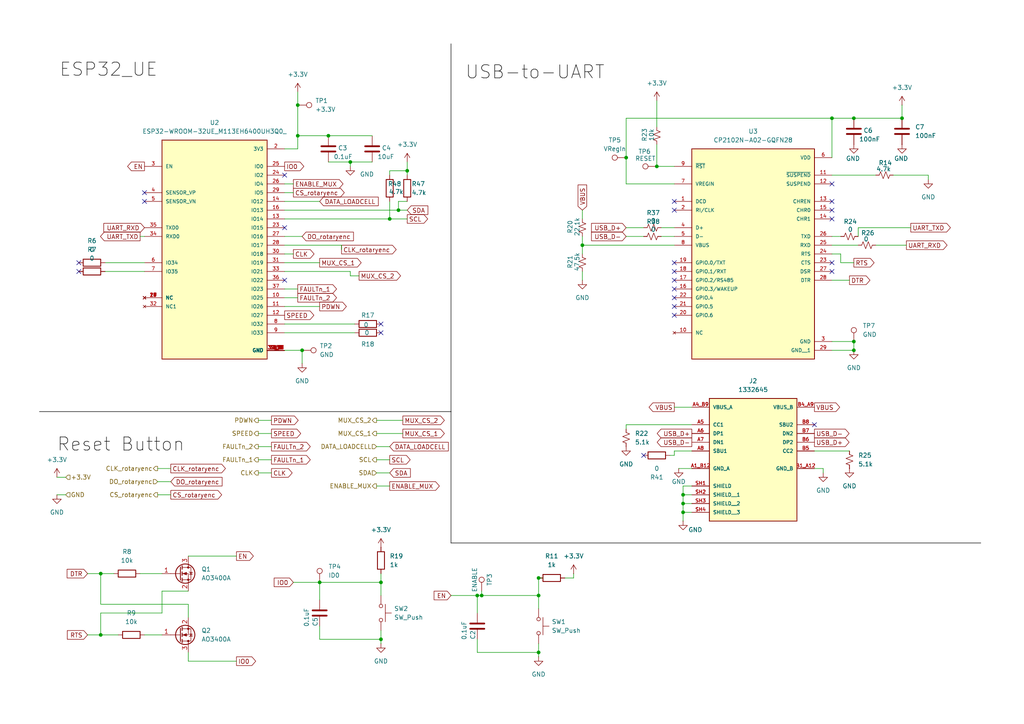
<source format=kicad_sch>
(kicad_sch (version 20231120) (generator "eeschema") (generator_version "8.0")
  (paper "A4")
  (lib_symbols
    (symbol "1332645:1332645" (pin_names (offset 1.016))
      (property "Reference" "J" (at -12.7 13.462 0))
      (property "Value" "1332645" (at -12.7 -25.4 0))
      (symbol "1332645_0_0"
        (rectangle (start -12.7 -22.86) (end 12.7 12.7) (stroke (width 0.254)) (fill (type background)))
        (pin power_in line (at -17.78 -7.62 0) (length 5.08) (name "GND_A") (number "A1_B12"))
        (pin power_in line (at -17.78 10.16 0) (length 5.08) (name "VBUS_A") (number "A4_B9"))
        (pin bidirectional line (at -17.78 5.08 0) (length 5.08) (name "CC1") (number "A5"))
        (pin bidirectional line (at -17.78 2.54 0) (length 5.08) (name "DP1") (number "A6"))
        (pin bidirectional line (at -17.78 0 0) (length 5.08) (name "DN1") (number "A7"))
        (pin bidirectional line (at -17.78 -2.54 0) (length 5.08) (name "SBU1") (number "A8"))
        (pin power_in line (at 17.78 -7.62 180) (length 5.08) (name "GND_B") (number "B1_A12"))
        (pin power_in line (at 17.78 10.16 180) (length 5.08) (name "VBUS_B") (number "B4_A9"))
        (pin bidirectional line (at 17.78 -2.54 180) (length 5.08) (name "CC2") (number "B5"))
        (pin bidirectional line (at 17.78 0 180) (length 5.08) (name "DP2") (number "B6"))
        (pin bidirectional line (at 17.78 2.54 180) (length 5.08) (name "DN2") (number "B7"))
        (pin bidirectional line (at 17.78 5.08 180) (length 5.08) (name "SBU2") (number "B8"))
        (pin passive line (at -17.78 -12.7 0) (length 5.08) (name "SHIELD") (number "SH1"))
        (pin passive line (at -17.78 -15.24 0) (length 5.08) (name "SHIELD__1") (number "SH2"))
        (pin passive line (at -17.78 -17.78 0) (length 5.08) (name "SHIELD__2") (number "SH3"))
        (pin passive line (at -17.78 -20.32 0) (length 5.08) (name "SHIELD__3") (number "SH4"))
      )
    )
    (symbol "CP2102N-A02-GQFN28:CP2102N-A02-GQFN28" (pin_names (offset 1.016))
      (property "Reference" "U" (at -17.78 33.02 0))
      (property "Value" "CP2102N-A02-GQFN28" (at -17.78 -35.56 0))
      (symbol "CP2102N-A02-GQFN28_0_0"
        (rectangle (start -17.78 -30.48) (end 17.78 30.48) (stroke (width 0.254)) (fill (type background)))
        (pin input line (at -22.86 15.24 0) (length 5.08) (name "DCD") (number "1"))
        (pin no_connect line (at -22.86 -22.86 0) (length 5.08) (name "NC") (number "10"))
        (pin output line (at 22.86 22.86 180) (length 5.08) (name "~{SUSPEND}") (number "11"))
        (pin output line (at 22.86 20.32 180) (length 5.08) (name "SUSPEND") (number "12"))
        (pin output line (at 22.86 15.24 180) (length 5.08) (name "CHREN") (number "13"))
        (pin output line (at 22.86 10.16 180) (length 5.08) (name "CHR1") (number "14"))
        (pin output line (at 22.86 12.7 180) (length 5.08) (name "CHR0") (number "15"))
        (pin bidirectional line (at -22.86 -10.16 0) (length 5.08) (name "GPIO.3/WAKEUP") (number "16"))
        (pin bidirectional line (at -22.86 -7.62 0) (length 5.08) (name "GPIO.2/RS485") (number "17"))
        (pin bidirectional line (at -22.86 -5.08 0) (length 5.08) (name "GPIO.1/RXT") (number "18"))
        (pin bidirectional line (at -22.86 -2.54 0) (length 5.08) (name "GPIO.0/TXT") (number "19"))
        (pin bidirectional line (at -22.86 12.7 0) (length 5.08) (name "RI/CLK") (number "2"))
        (pin bidirectional line (at -22.86 -17.78 0) (length 5.08) (name "GPIO.6") (number "20"))
        (pin bidirectional line (at -22.86 -15.24 0) (length 5.08) (name "GPIO.5") (number "21"))
        (pin bidirectional line (at -22.86 -12.7 0) (length 5.08) (name "GPIO.4") (number "22"))
        (pin input line (at 22.86 -2.54 180) (length 5.08) (name "CTS") (number "23"))
        (pin output line (at 22.86 0 180) (length 5.08) (name "RTS") (number "24"))
        (pin input line (at 22.86 2.54 180) (length 5.08) (name "RXD") (number "25"))
        (pin output line (at 22.86 5.08 180) (length 5.08) (name "TXD") (number "26"))
        (pin input line (at 22.86 -5.08 180) (length 5.08) (name "DSR") (number "27"))
        (pin output line (at 22.86 -7.62 180) (length 5.08) (name "DTR") (number "28"))
        (pin power_in line (at 22.86 -27.94 180) (length 5.08) (name "GND__1") (number "29"))
        (pin power_in line (at 22.86 -25.4 180) (length 5.08) (name "GND") (number "3"))
        (pin bidirectional line (at -22.86 7.62 0) (length 5.08) (name "D+") (number "4"))
        (pin bidirectional line (at -22.86 5.08 0) (length 5.08) (name "D-") (number "5"))
        (pin power_in line (at 22.86 27.94 180) (length 5.08) (name "VDD") (number "6"))
        (pin input line (at -22.86 20.32 0) (length 5.08) (name "VREGIN") (number "7"))
        (pin input line (at -22.86 2.54 0) (length 5.08) (name "VBUS") (number "8"))
        (pin input line (at -22.86 25.4 0) (length 5.08) (name "~{RST}") (number "9"))
      )
    )
    (symbol "Connector:TestPoint" (pin_numbers hide) (pin_names (offset 0.762) hide)
      (property "Reference" "TP" (at 0 6.858 0))
      (property "Value" "TestPoint" (at 0 5.08 0))
      (symbol "TestPoint_0_1"
        (circle (center 0 3.302) (radius 0.762))
      )
      (symbol "TestPoint_1_1"
        (pin passive line (at 0 0 90) (length 2.54) (name "1") (number "1"))
      )
    )
    (symbol "Device:C" (pin_numbers hide) (pin_names (offset 0.254))
      (property "Reference" "C" (at 0.635 2.54 0))
      (property "Value" "C" (at 0.635 -2.54 0))
      (symbol "C_0_1"
        (polyline (pts (xy -2.032 -0.762) (xy 2.032 -0.762)) (stroke (width 0.508)))
        (polyline (pts (xy -2.032 0.762) (xy 2.032 0.762)) (stroke (width 0.508)))
      )
      (symbol "C_1_1"
        (pin passive line (at 0 3.81 270) (length 2.794) (name "~") (number "1"))
        (pin passive line (at 0 -3.81 90) (length 2.794) (name "~") (number "2"))
      )
    )
    (symbol "Device:R" (pin_numbers hide) (pin_names (offset 0))
      (property "Reference" "R" (at 2.032 0 90))
      (property "Value" "R" (at 0 0 90))
      (symbol "R_0_1"
        (rectangle (start -1.016 -2.54) (end 1.016 2.54) (stroke (width 0.254)))
      )
      (symbol "R_1_1"
        (pin passive line (at 0 3.81 270) (length 1.27) (name "~") (number "1"))
        (pin passive line (at 0 -3.81 90) (length 1.27) (name "~") (number "2"))
      )
    )
    (symbol "Device:R_Small_US" (pin_numbers hide) (pin_names (offset 0.254) hide)
      (property "Reference" "R" (at 0.762 0.508 0))
      (property "Value" "R_Small_US" (at 0.762 -1.016 0))
      (symbol "R_Small_US_1_1"
        (polyline (pts (xy 0 0) (xy 1.016 -0.381) (xy 0 -0.762) (xy -1.016 -1.143) (xy 0 -1.524)))
        (polyline (pts (xy 0 1.524) (xy 1.016 1.143) (xy 0 0.762) (xy -1.016 0.381) (xy 0 0)))
        (pin passive line (at 0 2.54 270) (length 1.016) (name "~") (number "1"))
        (pin passive line (at 0 -2.54 90) (length 1.016) (name "~") (number "2"))
      )
    )
    (symbol "ESP32-WROOM-32UE_M113EH6400UH3Q0_:ESP32-WROOM-32UE_M113EH6400UH3Q0_" (pin_names (offset 1.016))
      (property "Reference" "U" (at -15.0359 34.1345 0))
      (property "Value" "ESP32-WROOM-32UE_M113EH6400UH3Q0_" (at -15.2867 -33.1281 0))
      (symbol "ESP32-WROOM-32UE_M113EH6400UH3Q0__0_0"
        (rectangle (start -15.24 -30.48) (end 15.24 33.02) (stroke (width 0.254)) (fill (type background)))
        (pin power_in line (at 20.32 -27.94 180) (length 5.08) (name "GND") (number "1"))
        (pin bidirectional line (at 20.32 -12.7 180) (length 5.08) (name "IO25") (number "10"))
        (pin bidirectional line (at 20.32 -15.24 180) (length 5.08) (name "IO26") (number "11"))
        (pin bidirectional line (at 20.32 -17.78 180) (length 5.08) (name "IO27") (number "12"))
        (pin bidirectional line (at 20.32 10.16 180) (length 5.08) (name "IO14") (number "13"))
        (pin bidirectional line (at 20.32 15.24 180) (length 5.08) (name "IO12") (number "14"))
        (pin power_in line (at 20.32 -27.94 180) (length 5.08) (name "GND") (number "15"))
        (pin bidirectional line (at 20.32 12.7 180) (length 5.08) (name "IO13") (number "16"))
        (pin no_connect line (at -20.32 -12.7 0) (length 5.08) (name "NC") (number "17"))
        (pin no_connect line (at -20.32 -12.7 0) (length 5.08) (name "NC") (number "18"))
        (pin no_connect line (at -20.32 -12.7 0) (length 5.08) (name "NC") (number "19"))
        (pin power_in line (at 20.32 30.48 180) (length 5.08) (name "3V3") (number "2"))
        (pin no_connect line (at -20.32 -12.7 0) (length 5.08) (name "NC") (number "20"))
        (pin no_connect line (at -20.32 -12.7 0) (length 5.08) (name "NC") (number "21"))
        (pin no_connect line (at -20.32 -12.7 0) (length 5.08) (name "NC") (number "22"))
        (pin bidirectional line (at 20.32 7.62 180) (length 5.08) (name "IO15") (number "23"))
        (pin bidirectional line (at 20.32 22.86 180) (length 5.08) (name "IO2") (number "24"))
        (pin bidirectional line (at 20.32 25.4 180) (length 5.08) (name "IO0") (number "25"))
        (pin bidirectional line (at 20.32 20.32 180) (length 5.08) (name "IO4") (number "26"))
        (pin bidirectional line (at 20.32 5.08 180) (length 5.08) (name "IO16") (number "27"))
        (pin bidirectional line (at 20.32 2.54 180) (length 5.08) (name "IO17") (number "28"))
        (pin bidirectional line (at 20.32 17.78 180) (length 5.08) (name "IO5") (number "29"))
        (pin input line (at -20.32 25.4 0) (length 5.08) (name "EN") (number "3"))
        (pin bidirectional line (at 20.32 0 180) (length 5.08) (name "IO18") (number "30"))
        (pin bidirectional line (at 20.32 -2.54 180) (length 5.08) (name "IO19") (number "31"))
        (pin no_connect line (at -20.32 -15.24 0) (length 5.08) (name "NC1") (number "32"))
        (pin bidirectional line (at 20.32 -5.08 180) (length 5.08) (name "IO21") (number "33"))
        (pin bidirectional line (at -20.32 5.08 0) (length 5.08) (name "RXD0") (number "34"))
        (pin bidirectional line (at -20.32 7.62 0) (length 5.08) (name "TXD0") (number "35"))
        (pin bidirectional line (at 20.32 -7.62 180) (length 5.08) (name "IO22") (number "36"))
        (pin bidirectional line (at 20.32 -10.16 180) (length 5.08) (name "IO23") (number "37"))
        (pin power_in line (at 20.32 -27.94 180) (length 5.08) (name "GND") (number "38"))
        (pin power_in line (at 20.32 -27.94 180) (length 5.08) (name "GND") (number "39_1"))
        (pin power_in line (at 20.32 -27.94 180) (length 5.08) (name "GND") (number "39_10"))
        (pin power_in line (at 20.32 -27.94 180) (length 5.08) (name "GND") (number "39_11"))
        (pin power_in line (at 20.32 -27.94 180) (length 5.08) (name "GND") (number "39_12"))
        (pin power_in line (at 20.32 -27.94 180) (length 5.08) (name "GND") (number "39_13"))
        (pin power_in line (at 20.32 -27.94 180) (length 5.08) (name "GND") (number "39_14"))
        (pin power_in line (at 20.32 -27.94 180) (length 5.08) (name "GND") (number "39_15"))
        (pin power_in line (at 20.32 -27.94 180) (length 5.08) (name "GND") (number "39_16"))
        (pin power_in line (at 20.32 -27.94 180) (length 5.08) (name "GND") (number "39_17"))
        (pin power_in line (at 20.32 -27.94 180) (length 5.08) (name "GND") (number "39_18"))
        (pin power_in line (at 20.32 -27.94 180) (length 5.08) (name "GND") (number "39_19"))
        (pin power_in line (at 20.32 -27.94 180) (length 5.08) (name "GND") (number "39_2"))
        (pin power_in line (at 20.32 -27.94 180) (length 5.08) (name "GND") (number "39_20"))
        (pin power_in line (at 20.32 -27.94 180) (length 5.08) (name "GND") (number "39_21"))
        (pin power_in line (at 20.32 -27.94 180) (length 5.08) (name "GND") (number "39_3"))
        (pin power_in line (at 20.32 -27.94 180) (length 5.08) (name "GND") (number "39_4"))
        (pin power_in line (at 20.32 -27.94 180) (length 5.08) (name "GND") (number "39_5"))
        (pin power_in line (at 20.32 -27.94 180) (length 5.08) (name "GND") (number "39_6"))
        (pin power_in line (at 20.32 -27.94 180) (length 5.08) (name "GND") (number "39_7"))
        (pin power_in line (at 20.32 -27.94 180) (length 5.08) (name "GND") (number "39_8"))
        (pin power_in line (at 20.32 -27.94 180) (length 5.08) (name "GND") (number "39_9"))
        (pin input line (at -20.32 17.78 0) (length 5.08) (name "SENSOR_VP") (number "4"))
        (pin input line (at -20.32 15.24 0) (length 5.08) (name "SENSOR_VN") (number "5"))
        (pin input line (at -20.32 -2.54 0) (length 5.08) (name "IO34") (number "6"))
        (pin input line (at -20.32 -5.08 0) (length 5.08) (name "IO35") (number "7"))
        (pin bidirectional line (at 20.32 -20.32 180) (length 5.08) (name "IO32") (number "8"))
        (pin bidirectional line (at 20.32 -22.86 180) (length 5.08) (name "IO33") (number "9"))
      )
    )
    (symbol "Switch:SW_Push" (pin_numbers hide) (pin_names (offset 1.016) hide)
      (property "Reference" "SW" (at 1.27 2.54 0))
      (property "Value" "SW_Push" (at 0 -1.524 0))
      (symbol "SW_Push_0_1"
        (circle (center -2.032 0) (radius 0.508))
        (polyline (pts (xy 0 1.27) (xy 0 3.048)))
        (polyline (pts (xy 2.54 1.27) (xy -2.54 1.27)))
        (circle (center 2.032 0) (radius 0.508))
        (pin passive line (at -5.08 0 0) (length 2.54) (name "1") (number "1"))
        (pin passive line (at 5.08 0 180) (length 2.54) (name "2") (number "2"))
      )
    )
    (symbol "Transistor_FET:AO3400A" (pin_names hide)
      (property "Reference" "Q" (at 5.08 1.905 0))
      (property "Value" "AO3400A" (at 5.08 0 0))
      (symbol "AO3400A_0_1"
        (polyline (pts (xy 0.254 0) (xy -2.54 0)))
        (polyline (pts (xy 0.254 1.905) (xy 0.254 -1.905)) (stroke (width 0.254)))
        (polyline (pts (xy 0.762 -1.27) (xy 0.762 -2.286)) (stroke (width 0.254)))
        (polyline (pts (xy 0.762 0.508) (xy 0.762 -0.508)) (stroke (width 0.254)))
        (polyline (pts (xy 0.762 2.286) (xy 0.762 1.27)) (stroke (width 0.254)))
        (polyline (pts (xy 2.54 2.54) (xy 2.54 1.778)))
        (polyline (pts (xy 2.54 -2.54) (xy 2.54 0) (xy 0.762 0)))
        (polyline (pts (xy 0.762 -1.778) (xy 3.302 -1.778) (xy 3.302 1.778) (xy 0.762 1.778)))
        (polyline (pts (xy 1.016 0) (xy 2.032 0.381) (xy 2.032 -0.381) (xy 1.016 0)) (fill (type outline)))
        (polyline (pts (xy 2.794 0.508) (xy 2.921 0.381) (xy 3.683 0.381) (xy 3.81 0.254)))
        (polyline (pts (xy 3.302 0.381) (xy 2.921 -0.254) (xy 3.683 -0.254) (xy 3.302 0.381)))
        (circle (center 1.651 0) (radius 2.794) (stroke (width 0.254)))
        (circle (center 2.54 -1.778) (radius 0.254) (fill (type outline)))
        (circle (center 2.54 1.778) (radius 0.254) (fill (type outline)))
      )
      (symbol "AO3400A_1_1"
        (pin input line (at -5.08 0 0) (length 2.54) (name "G") (number "1"))
        (pin passive line (at 2.54 -5.08 90) (length 2.54) (name "S") (number "2"))
        (pin passive line (at 2.54 5.08 270) (length 2.54) (name "D") (number "3"))
      )
    )
    (symbol "power:+3.3V" (power) (pin_numbers hide) (pin_names (offset 0) hide)
      (property "Value" "+3.3V" (at 0 3.556 0))
      (symbol "+3.3V_0_1"
        (polyline (pts (xy -0.762 1.27) (xy 0 2.54)))
        (polyline (pts (xy 0 0) (xy 0 2.54)))
        (polyline (pts (xy 0 2.54) (xy 0.762 1.27)))
      )
      (symbol "+3.3V_1_1"
        (pin power_in line (at 0 0 90) (length 0) (name "~") (number "1"))
      )
    )
    (symbol "power:GND" (power) (pin_numbers hide) (pin_names (offset 0) hide)
      (property "Value" "GND" (at 0 -3.81 0))
      (symbol "GND_0_1"
        (polyline (pts (xy 0 0) (xy 0 -1.27) (xy 1.27 -1.27) (xy 0 -2.54) (xy -1.27 -1.27) (xy 0 -1.27)))
      )
      (symbol "GND_1_1"
        (pin power_in line (at 0 0 270) (length 0) (name "~") (number "1"))
      )
    )
  )
  (junction (at 261.62 34.29))
  (junction (at 29.21 184.15))
  (junction (at 115.57 60.96))
  (junction (at 247.65 101.6))
  (junction (at 241.3 34.29))
  (junction (at 92.71 168.91))
  (junction (at 101.6 46.99))
  (junction (at 198.12 143.51))
  (junction (at 138.43 172.72))
  (junction (at 156.21 189.23))
  (junction (at 110.49 185.42))
  (junction (at 198.12 148.59))
  (junction (at 168.91 71.12))
  (junction (at 110.49 168.91))
  (junction (at 156.21 172.72))
  (junction (at 139.7 172.72))
  (junction (at 247.65 34.29))
  (junction (at 87.63 101.6))
  (junction (at 118.11 49.53))
  (junction (at 86.36 30.48))
  (junction (at 95.25 39.37))
  (junction (at 113.03 63.5))
  (junction (at 181.61 45.72))
  (junction (at 156.21 167.64))
  (junction (at 86.36 39.37))
  (junction (at 29.21 166.37))
  (junction (at 247.65 99.06))
  (junction (at 190.5 48.26))
  (junction (at 198.12 146.05))
  (no_connect (at 186.69 132.08))
  (no_connect (at 22.86 78.74))
  (no_connect (at 41.91 55.88))
  (no_connect (at 236.22 123.19))
  (no_connect (at 241.3 58.42))
  (no_connect (at 195.58 88.9))
  (no_connect (at 195.58 91.44))
  (no_connect (at 82.55 50.8))
  (no_connect (at 241.3 78.74))
  (no_connect (at 82.55 81.28))
  (no_connect (at 195.58 81.28))
  (no_connect (at 195.58 83.82))
  (no_connect (at 195.58 58.42))
  (no_connect (at 241.3 53.34))
  (no_connect (at 82.55 66.04))
  (no_connect (at 195.58 76.2))
  (no_connect (at 41.91 58.42))
  (no_connect (at 241.3 60.96))
  (no_connect (at 195.58 78.74))
  (no_connect (at 110.49 96.52))
  (no_connect (at 195.58 86.36))
  (no_connect (at 241.3 63.5))
  (no_connect (at 22.86 76.2))
  (no_connect (at 195.58 60.96))
  (no_connect (at 241.3 76.2))
  (no_connect (at 110.49 93.98))
  (wire (pts (xy 41.91 184.15) (xy 46.99 184.15)))
  (wire (pts (xy 30.48 76.2) (xy 41.91 76.2)))
  (wire (pts (xy 181.61 66.04) (xy 186.69 66.04)))
  (wire (pts (xy 241.3 101.6) (xy 247.65 101.6)))
  (wire (pts (xy 82.55 68.58) (xy 87.63 68.58)))
  (wire (pts (xy 241.3 73.66) (xy 243.84 73.66)))
  (wire (pts (xy 190.5 48.26) (xy 195.58 48.26)))
  (polyline (pts (xy 11.43 119.38) (xy 130.81 119.38)) (stroke (width 0) (color 0 0 0 1)))
  (wire (pts (xy 74.93 137.16) (xy 78.74 137.16)))
  (wire (pts (xy 118.11 46.99) (xy 118.11 49.53)))
  (wire (pts (xy 92.71 168.91) (xy 110.49 168.91)))
  (wire (pts (xy 29.21 184.15) (xy 29.21 177.8)))
  (wire (pts (xy 92.71 58.42) (xy 82.55 58.42)))
  (wire (pts (xy 74.93 129.54) (xy 78.74 129.54)))
  (wire (pts (xy 138.43 189.23) (xy 156.21 189.23)))
  (wire (pts (xy 243.84 73.66) (xy 243.84 76.2)))
  (wire (pts (xy 86.36 39.37) (xy 86.36 30.48)))
  (wire (pts (xy 82.55 43.18) (xy 86.36 43.18)))
  (wire (pts (xy 181.61 45.72) (xy 181.61 34.29)))
  (wire (pts (xy 40.64 68.58) (xy 41.91 68.58)))
  (wire (pts (xy 191.77 68.58) (xy 195.58 68.58)))
  (wire (pts (xy 86.36 30.48) (xy 86.36 26.67)))
  (wire (pts (xy 195.58 71.12) (xy 168.91 71.12)))
  (wire (pts (xy 138.43 172.72) (xy 138.43 177.8)))
  (wire (pts (xy 113.03 49.53) (xy 118.11 49.53)))
  (wire (pts (xy 198.12 140.97) (xy 198.12 143.51)))
  (wire (pts (xy 54.61 191.77) (xy 68.58 191.77)))
  (wire (pts (xy 85.09 168.91) (xy 92.71 168.91)))
  (wire (pts (xy 156.21 186.69) (xy 156.21 189.23)))
  (wire (pts (xy 109.22 125.73) (xy 116.84 125.73)))
  (wire (pts (xy 166.37 167.64) (xy 166.37 166.37)))
  (wire (pts (xy 168.91 68.58) (xy 168.91 71.12)))
  (wire (pts (xy 181.61 123.19) (xy 181.61 124.46)))
  (wire (pts (xy 241.3 99.06) (xy 247.65 99.06)))
  (wire (pts (xy 25.4 166.37) (xy 29.21 166.37)))
  (wire (pts (xy 191.77 66.04) (xy 195.58 66.04)))
  (wire (pts (xy 25.4 184.15) (xy 29.21 184.15)))
  (wire (pts (xy 74.93 133.35) (xy 78.74 133.35)))
  (wire (pts (xy 29.21 177.8) (xy 46.99 177.8)))
  (wire (pts (xy 74.93 125.73) (xy 78.74 125.73)))
  (wire (pts (xy 29.21 166.37) (xy 33.02 166.37)))
  (wire (pts (xy 45.72 143.51) (xy 49.53 143.51)))
  (wire (pts (xy 269.24 50.8) (xy 269.24 52.07)))
  (wire (pts (xy 29.21 166.37) (xy 29.21 175.26)))
  (wire (pts (xy 198.12 148.59) (xy 200.66 148.59)))
  (wire (pts (xy 157.48 167.64) (xy 156.21 167.64)))
  (wire (pts (xy 248.92 71.12) (xy 241.3 71.12)))
  (wire (pts (xy 247.65 34.29) (xy 261.62 34.29)))
  (wire (pts (xy 30.48 78.74) (xy 41.91 78.74)))
  (wire (pts (xy 101.6 46.99) (xy 101.6 48.26)))
  (wire (pts (xy 113.03 63.5) (xy 118.11 63.5)))
  (wire (pts (xy 200.66 140.97) (xy 198.12 140.97)))
  (wire (pts (xy 243.84 68.58) (xy 241.3 68.58)))
  (wire (pts (xy 241.3 34.29) (xy 247.65 34.29)))
  (wire (pts (xy 29.21 175.26) (xy 54.61 175.26)))
  (wire (pts (xy 16.51 143.51) (xy 19.05 143.51)))
  (wire (pts (xy 54.61 161.29) (xy 68.58 161.29)))
  (wire (pts (xy 102.87 96.52) (xy 82.55 96.52)))
  (wire (pts (xy 46.99 171.45) (xy 54.61 171.45)))
  (wire (pts (xy 54.61 189.23) (xy 54.61 191.77)))
  (wire (pts (xy 109.22 140.97) (xy 113.03 140.97)))
  (wire (pts (xy 198.12 143.51) (xy 198.12 146.05)))
  (wire (pts (xy 109.22 129.54) (xy 113.03 129.54)))
  (wire (pts (xy 156.21 172.72) (xy 156.21 176.53)))
  (wire (pts (xy 54.61 175.26) (xy 54.61 179.07)))
  (wire (pts (xy 190.5 41.91) (xy 190.5 48.26)))
  (wire (pts (xy 163.83 167.64) (xy 166.37 167.64)))
  (wire (pts (xy 95.25 46.99) (xy 101.6 46.99)))
  (wire (pts (xy 85.09 53.34) (xy 82.55 53.34)))
  (wire (pts (xy 118.11 58.42) (xy 115.57 58.42)))
  (wire (pts (xy 196.85 135.89) (xy 200.66 135.89)))
  (wire (pts (xy 16.51 138.43) (xy 19.05 138.43)))
  (wire (pts (xy 101.6 80.01) (xy 104.14 80.01)))
  (wire (pts (xy 109.22 121.92) (xy 116.84 121.92)))
  (wire (pts (xy 45.72 135.89) (xy 49.53 135.89)))
  (wire (pts (xy 45.72 139.7) (xy 49.53 139.7)))
  (wire (pts (xy 74.93 121.92) (xy 78.74 121.92)))
  (wire (pts (xy 198.12 148.59) (xy 198.12 151.13)))
  (wire (pts (xy 181.61 53.34) (xy 181.61 45.72)))
  (wire (pts (xy 87.63 105.41) (xy 87.63 101.6)))
  (wire (pts (xy 236.22 135.89) (xy 238.76 135.89)))
  (wire (pts (xy 195.58 118.11) (xy 200.66 118.11)))
  (wire (pts (xy 82.55 71.12) (xy 99.06 71.12)))
  (wire (pts (xy 113.03 58.42) (xy 113.03 63.5)))
  (wire (pts (xy 92.71 88.9) (xy 82.55 88.9)))
  (wire (pts (xy 248.92 66.04) (xy 264.16 66.04)))
  (wire (pts (xy 168.91 71.12) (xy 168.91 73.66)))
  (wire (pts (xy 139.7 171.45) (xy 139.7 172.72)))
  (wire (pts (xy 101.6 78.74) (xy 101.6 80.01)))
  (wire (pts (xy 110.49 185.42) (xy 110.49 186.69)))
  (wire (pts (xy 92.71 185.42) (xy 110.49 185.42)))
  (wire (pts (xy 156.21 189.23) (xy 156.21 190.5)))
  (wire (pts (xy 241.3 81.28) (xy 246.38 81.28)))
  (wire (pts (xy 198.12 143.51) (xy 200.66 143.51)))
  (wire (pts (xy 92.71 168.91) (xy 92.71 173.99)))
  (wire (pts (xy 248.92 68.58) (xy 248.92 66.04)))
  (wire (pts (xy 200.66 123.19) (xy 181.61 123.19)))
  (wire (pts (xy 243.84 76.2) (xy 247.65 76.2)))
  (wire (pts (xy 29.21 184.15) (xy 34.29 184.15)))
  (wire (pts (xy 86.36 83.82) (xy 82.55 83.82)))
  (wire (pts (xy 82.55 60.96) (xy 115.57 60.96)))
  (wire (pts (xy 195.58 130.81) (xy 200.66 130.81)))
  (wire (pts (xy 138.43 185.42) (xy 138.43 189.23)))
  (wire (pts (xy 82.55 76.2) (xy 92.71 76.2)))
  (wire (pts (xy 247.65 99.06) (xy 247.65 101.6)))
  (wire (pts (xy 82.55 55.88) (xy 85.09 55.88)))
  (wire (pts (xy 115.57 60.96) (xy 118.11 60.96)))
  (wire (pts (xy 110.49 166.37) (xy 110.49 168.91)))
  (wire (pts (xy 101.6 46.99) (xy 107.95 46.99)))
  (wire (pts (xy 86.36 43.18) (xy 86.36 39.37)))
  (wire (pts (xy 194.31 132.08) (xy 195.58 132.08)))
  (wire (pts (xy 118.11 50.8) (xy 118.11 49.53)))
  (wire (pts (xy 238.76 135.89) (xy 238.76 137.16)))
  (wire (pts (xy 181.61 34.29) (xy 241.3 34.29)))
  (wire (pts (xy 198.12 146.05) (xy 198.12 148.59)))
  (wire (pts (xy 95.25 39.37) (xy 107.95 39.37)))
  (wire (pts (xy 261.62 30.48) (xy 261.62 34.29)))
  (wire (pts (xy 241.3 50.8) (xy 254 50.8)))
  (wire (pts (xy 195.58 53.34) (xy 181.61 53.34)))
  (wire (pts (xy 82.55 78.74) (xy 101.6 78.74)))
  (wire (pts (xy 102.87 93.98) (xy 82.55 93.98)))
  (wire (pts (xy 109.22 137.16) (xy 113.03 137.16)))
  (wire (pts (xy 110.49 182.88) (xy 110.49 185.42)))
  (wire (pts (xy 168.91 60.96) (xy 168.91 63.5)))
  (wire (pts (xy 115.57 58.42) (xy 115.57 60.96)))
  (wire (pts (xy 40.64 166.37) (xy 46.99 166.37)))
  (wire (pts (xy 190.5 29.21) (xy 190.5 36.83)))
  (wire (pts (xy 168.91 78.74) (xy 168.91 81.28)))
  (wire (pts (xy 198.12 146.05) (xy 200.66 146.05)))
  (wire (pts (xy 109.22 133.35) (xy 113.03 133.35)))
  (wire (pts (xy 236.22 130.81) (xy 246.38 130.81)))
  (wire (pts (xy 254 71.12) (xy 262.89 71.12)))
  (wire (pts (xy 113.03 49.53) (xy 113.03 50.8)))
  (wire (pts (xy 86.36 39.37) (xy 95.25 39.37)))
  (wire (pts (xy 86.36 86.36) (xy 82.55 86.36)))
  (wire (pts (xy 259.08 50.8) (xy 269.24 50.8)))
  (wire (pts (xy 139.7 172.72) (xy 156.21 172.72)))
  (wire (pts (xy 139.7 172.72) (xy 138.43 172.72)))
  (wire (pts (xy 156.21 172.72) (xy 156.21 167.64)))
  (wire (pts (xy 82.55 73.66) (xy 85.09 73.66)))
  (wire (pts (xy 241.3 34.29) (xy 241.3 45.72)))
  (wire (pts (xy 99.06 71.12) (xy 99.06 72.39)))
  (polyline (pts (xy 130.81 157.48) (xy 284.48 157.48)) (stroke (width 0) (color 0 0 0 1)))
  (polyline (pts (xy 130.81 119.38) (xy 130.81 157.48)) (stroke (width 0) (color 0 0 0 1)))
  (wire (pts (xy 195.58 132.08) (xy 195.58 130.81)))
  (wire (pts (xy 82.55 63.5) (xy 113.03 63.5)))
  (wire (pts (xy 130.81 172.72) (xy 138.43 172.72)))
  (wire (pts (xy 46.99 177.8) (xy 46.99 171.45)))
  (wire (pts (xy 87.63 101.6) (xy 82.55 101.6)))
  (wire (pts (xy 181.61 68.58) (xy 186.69 68.58)))
  (polyline (pts (xy 130.81 12.7) (xy 130.81 119.38)) (stroke (width 0) (color 0 0 0 1)))
  (wire (pts (xy 110.49 168.91) (xy 110.49 172.72)))
  (wire (pts (xy 92.71 181.61) (xy 92.71 185.42)))
  (text "Reset Button\n" (at 35.052 129.032 0) (effects (font (size 3.81 3.81))))
  (text "USB-to-UART" (at 155.194 21.082 0) (effects (font (size 3.81 3.81))))
  (text "ESP32_UE" (at 31.496 20.32 0) (effects (font (size 3.81 3.81))))
  (global_label "SDA" (shape input) (at 113.03 137.16 0) (property "Intersheetrefs" "${INTERSHEET_REFS}" (effects (hide yes))))
  (global_label "FAULTn_2" (shape output) (at 86.36 86.36 0) (property "Intersheetrefs" "${INTERSHEET_REFS}" (effects (hide yes))))
  (global_label "ENABLE_MUX" (shape output) (at 85.09 53.34 0) (property "Intersheetrefs" "${INTERSHEET_REFS}" (effects (hide yes))))
  (global_label "UART_RXD" (shape output) (at 262.89 71.12 0) (property "Intersheetrefs" "${INTERSHEET_REFS}" (effects (hide yes))))
  (global_label "FAULTn_1" (shape output) (at 78.74 133.35 0) (property "Intersheetrefs" "${INTERSHEET_REFS}" (effects (hide yes))))
  (global_label "ENABLE_MUX" (shape output) (at 113.03 140.97 0) (property "Intersheetrefs" "${INTERSHEET_REFS}" (effects (hide yes))))
  (global_label "VBUS" (shape output) (at 195.58 118.11 180) (property "Intersheetrefs" "${INTERSHEET_REFS}" (effects (hide yes))))
  (global_label "VBUS" (shape input) (at 168.91 60.96 90) (property "Intersheetrefs" "${INTERSHEET_REFS}" (effects (hide yes))))
  (global_label "SPEED" (shape output) (at 82.55 91.44 0) (property "Intersheetrefs" "${INTERSHEET_REFS}" (effects (hide yes))))
  (global_label "USB_D-" (shape output) (at 236.22 125.73 0) (property "Intersheetrefs" "${INTERSHEET_REFS}" (effects (hide yes))))
  (global_label "USB_D+" (shape input) (at 181.61 66.04 180) (property "Intersheetrefs" "${INTERSHEET_REFS}" (effects (hide yes))))
  (global_label "DTR" (shape output) (at 246.38 81.28 0) (property "Intersheetrefs" "${INTERSHEET_REFS}" (effects (hide yes))))
  (global_label "VBUS" (shape output) (at 236.22 118.11 0) (property "Intersheetrefs" "${INTERSHEET_REFS}" (effects (hide yes))))
  (global_label "CS_rotaryenc" (shape output) (at 49.53 143.51 0) (property "Intersheetrefs" "${INTERSHEET_REFS}" (effects (hide yes))))
  (global_label "IO0" (shape input) (at 85.09 168.91 180) (property "Intersheetrefs" "${INTERSHEET_REFS}" (effects (hide yes))))
  (global_label "CLK_rotaryenc" (shape output) (at 49.53 135.89 0) (property "Intersheetrefs" "${INTERSHEET_REFS}" (effects (hide yes))))
  (global_label "USB_D-" (shape input) (at 181.61 68.58 180) (property "Intersheetrefs" "${INTERSHEET_REFS}" (effects (hide yes))))
  (global_label "DATA_LOADCELL" (shape input) (at 113.03 129.54 0) (property "Intersheetrefs" "${INTERSHEET_REFS}" (effects (hide yes))))
  (global_label "CLK" (shape output) (at 85.09 73.66 0) (property "Intersheetrefs" "${INTERSHEET_REFS}" (effects (hide yes))))
  (global_label "CLK_rotaryenc" (shape output) (at 99.06 72.39 0) (property "Intersheetrefs" "${INTERSHEET_REFS}" (effects (hide yes))))
  (global_label "IO0" (shape output) (at 82.55 48.26 0) (property "Intersheetrefs" "${INTERSHEET_REFS}" (effects (hide yes))))
  (global_label "MUX_CS_2" (shape output) (at 104.14 80.01 0) (property "Intersheetrefs" "${INTERSHEET_REFS}" (effects (hide yes))))
  (global_label "RTS" (shape output) (at 247.65 76.2 0) (property "Intersheetrefs" "${INTERSHEET_REFS}" (effects (hide yes))))
  (global_label "DTR" (shape input) (at 25.4 166.37 180) (property "Intersheetrefs" "${INTERSHEET_REFS}" (effects (hide yes))))
  (global_label "IO0" (shape output) (at 68.58 191.77 0) (property "Intersheetrefs" "${INTERSHEET_REFS}" (effects (hide yes))))
  (global_label "SPEED" (shape output) (at 78.74 125.73 0) (property "Intersheetrefs" "${INTERSHEET_REFS}" (effects (hide yes))))
  (global_label "RTS" (shape input) (at 25.4 184.15 180) (property "Intersheetrefs" "${INTERSHEET_REFS}" (effects (hide yes))))
  (global_label "FAULTn_2" (shape output) (at 78.74 129.54 0) (property "Intersheetrefs" "${INTERSHEET_REFS}" (effects (hide yes))))
  (global_label "SDA" (shape input) (at 118.11 60.96 0) (property "Intersheetrefs" "${INTERSHEET_REFS}" (effects (hide yes))))
  (global_label "PDWN" (shape output) (at 92.71 88.9 0) (property "Intersheetrefs" "${INTERSHEET_REFS}" (effects (hide yes))))
  (global_label "DO_rotaryenc" (shape input) (at 49.53 139.7 0) (property "Intersheetrefs" "${INTERSHEET_REFS}" (effects (hide yes))))
  (global_label "UART_TXD" (shape output) (at 264.16 66.04 0) (property "Intersheetrefs" "${INTERSHEET_REFS}" (effects (hide yes))))
  (global_label "SCL" (shape output) (at 118.11 63.5 0) (property "Intersheetrefs" "${INTERSHEET_REFS}" (effects (hide yes))))
  (global_label "MUX_CS_1" (shape output) (at 92.71 76.2 0) (property "Intersheetrefs" "${INTERSHEET_REFS}" (effects (hide yes))))
  (global_label "CLK" (shape output) (at 78.74 137.16 0) (property "Intersheetrefs" "${INTERSHEET_REFS}" (effects (hide yes))))
  (global_label "CS_rotaryenc" (shape output) (at 85.09 55.88 0) (property "Intersheetrefs" "${INTERSHEET_REFS}" (effects (hide yes))))
  (global_label "FAULTn_1" (shape output) (at 86.36 83.82 0) (property "Intersheetrefs" "${INTERSHEET_REFS}" (effects (hide yes))))
  (global_label "DO_rotaryenc" (shape input) (at 87.63 68.58 0) (property "Intersheetrefs" "${INTERSHEET_REFS}" (effects (hide yes))))
  (global_label "UART_TXD" (shape output) (at 40.64 68.58 180) (property "Intersheetrefs" "${INTERSHEET_REFS}" (effects (hide yes))))
  (global_label "EN" (shape input) (at 130.81 172.72 180) (property "Intersheetrefs" "${INTERSHEET_REFS}" (effects (hide yes))))
  (global_label "MUX_CS_1" (shape output) (at 116.84 125.73 0) (property "Intersheetrefs" "${INTERSHEET_REFS}" (effects (hide yes))))
  (global_label "USB_D-" (shape output) (at 200.66 128.27 180) (property "Intersheetrefs" "${INTERSHEET_REFS}" (effects (hide yes))))
  (global_label "UART_RXD" (shape input) (at 41.91 66.04 180) (property "Intersheetrefs" "${INTERSHEET_REFS}" (effects (hide yes))))
  (global_label "MUX_CS_2" (shape output) (at 116.84 121.92 0) (property "Intersheetrefs" "${INTERSHEET_REFS}" (effects (hide yes))))
  (global_label "USB_D+" (shape output) (at 200.66 125.73 180) (property "Intersheetrefs" "${INTERSHEET_REFS}" (effects (hide yes))))
  (global_label "DATA_LOADCELL" (shape input) (at 92.71 58.42 0) (property "Intersheetrefs" "${INTERSHEET_REFS}" (effects (hide yes))))
  (global_label "EN" (shape output) (at 41.91 48.26 180) (property "Intersheetrefs" "${INTERSHEET_REFS}" (effects (hide yes))))
  (global_label "EN" (shape output) (at 68.58 161.29 0) (property "Intersheetrefs" "${INTERSHEET_REFS}" (effects (hide yes))))
  (global_label "USB_D+" (shape output) (at 236.22 128.27 0) (property "Intersheetrefs" "${INTERSHEET_REFS}" (effects (hide yes))))
  (global_label "PDWN" (shape output) (at 78.74 121.92 0) (property "Intersheetrefs" "${INTERSHEET_REFS}" (effects (hide yes))))
  (global_label "SCL" (shape output) (at 113.03 133.35 0) (property "Intersheetrefs" "${INTERSHEET_REFS}" (effects (hide yes))))
  (hierarchical_label "MUX_CS_1" (shape output) (at 109.22 125.73 180))
  (hierarchical_label "FAULTn_1" (shape output) (at 74.93 133.35 180))
  (hierarchical_label "FAULTn_2" (shape output) (at 74.93 129.54 180))
  (hierarchical_label "PDWN" (shape output) (at 74.93 121.92 180))
  (hierarchical_label "CS_rotaryenc" (shape output) (at 45.72 143.51 180))
  (hierarchical_label "MUX_CS_2" (shape output) (at 109.22 121.92 180))
  (hierarchical_label "SCL" (shape output) (at 109.22 133.35 180))
  (hierarchical_label "GND" (shape input) (at 19.05 143.51 0))
  (hierarchical_label "+3.3V" (shape input) (at 19.05 138.43 0))
  (hierarchical_label "ENABLE_MUX" (shape output) (at 109.22 140.97 180))
  (hierarchical_label "DATA_LOADCELL" (shape input) (at 109.22 129.54 180))
  (hierarchical_label "CLK" (shape output) (at 74.93 137.16 180))
  (hierarchical_label "SDA" (shape input) (at 109.22 137.16 180))
  (hierarchical_label "SPEED" (shape output) (at 74.93 125.73 180))
  (hierarchical_label "CLK_rotaryenc" (shape output) (at 45.72 135.89 180))
  (hierarchical_label "DO_rotaryenc" (shape input) (at 45.72 139.7 180))
  (symbol (lib_id "power:GND") (at 269.24 52.07 0) (unit 1)
    (property "Reference" "#PWR080" (effects (hide yes)))
    (property "Value" "GND" (at 269.24 57.15 0))
    (property "Description" "Power symbol creates a global label with name \"GND\" , ground" (effects (hide yes)))
  )
  (symbol (lib_id "Connector:TestPoint") (at 92.71 168.91 0) (unit 1)
    (property "Reference" "TP4" (at 95.25 164.3379 0) (effects (justify left)))
    (property "Value" "ID0" (at 95.25 166.8779 0) (effects (justify left)))
    (property "Description" "test point" (effects (hide yes)))
  )
  (symbol (lib_id "power:+3.3V") (at 118.11 46.99 0) (unit 1)
    (property "Reference" "#PWR079" (effects (hide yes)))
    (property "Value" "+3.3V" (at 118.11 41.91 0))
    (property "Description" "Power symbol creates a global label with name \"+3.3V\"" (effects (hide yes)))
  )
  (symbol (lib_id "power:GND") (at 238.76 137.16 0) (unit 1)
    (property "Reference" "#PWR021" (effects (hide yes)))
    (property "Value" "GND" (at 238.76 142.24 0))
    (property "Description" "Power symbol creates a global label with name \"GND\" , ground" (effects (hide yes)))
  )
  (symbol (lib_id "Device:C") (at 92.71 177.8 0) (unit 1)
    (property "Reference" "C5" (at 91.44 180.34 90))
    (property "Value" "0.1uF" (at 88.9 179.07 90))
    (property "Footprint" "Capacitor_SMD:C_0805_2012Metric" (effects (hide yes)))
  )
  (symbol (lib_id "Device:R_Small_US") (at 181.61 127 0) (unit 1)
    (property "Reference" "R22" (at 184.15 125.7299 0) (effects (justify left)))
    (property "Value" "5.1k" (at 184.15 128.2699 0) (effects (justify left)))
    (property "Footprint" "Resistor_SMD:R_0805_2012Metric_Pad1.20x1.40mm_HandSolder" (effects (hide yes)))
    (property "Description" "Resistor, small US symbol" (effects (hide yes)))
  )
  (symbol (lib_id "Switch:SW_Push") (at 156.21 181.61 270) (unit 1)
    (property "Reference" "SW1" (at 160.02 180.34 90) (effects (justify left)))
    (property "Value" "SW_Push" (at 160.02 182.88 90) (effects (justify left)))
    (property "Footprint" "CSTAR-MainBoard-Footprints:SW_1825910-6-4" (effects (hide yes)))
  )
  (symbol (lib_id "power:GND") (at 246.38 135.89 0) (unit 1)
    (property "Reference" "#PWR022" (effects (hide yes)))
    (property "Value" "GND" (at 246.38 140.97 0))
    (property "Description" "Power symbol creates a global label with name \"GND\" , ground" (effects (hide yes)))
  )
  (symbol (lib_id "Device:R_Small_US") (at 168.91 76.2 0) (unit 1)
    (property "Reference" "R21" (at 165.354 75.946 90))
    (property "Value" "47.5k" (at 167.386 75.946 90))
    (property "Footprint" "Resistor_SMD:R_0805_2012Metric" (effects (hide yes)))
    (property "Description" "Resistor, small US symbol" (effects (hide yes)))
  )
  (symbol (lib_id "power:GND") (at 110.49 186.69 0) (unit 1)
    (property "Reference" "#PWR015" (effects (hide yes)))
    (property "Value" "GND" (at 110.49 191.77 0))
  )
  (symbol (lib_id "Device:R_Small_US") (at 189.23 66.04 270) (unit 1)
    (property "Reference" "R37" (at 189.484 61.722 90))
    (property "Value" "0" (at 189.484 64.008 90))
    (property "Footprint" "Resistor_SMD:R_0805_2012Metric" (effects (hide yes)))
    (property "Description" "Resistor, small US symbol" (effects (hide yes)))
  )
  (symbol (lib_id "Connector:TestPoint") (at 190.5 48.26 90) (unit 1)
    (property "Reference" "TP6" (at 186.944 43.942 90))
    (property "Value" "RESET" (at 187.198 45.974 90))
    (property "Description" "test point" (effects (hide yes)))
  )
  (symbol (lib_id "Device:C") (at 138.43 181.61 0) (unit 1)
    (property "Reference" "C2" (at 137.16 184.15 90))
    (property "Value" "0.1uF" (at 134.62 182.88 90))
    (property "Footprint" "Capacitor_SMD:C_0805_2012Metric" (effects (hide yes)))
  )
  (symbol (lib_id "Device:C") (at 95.25 43.18 0) (unit 1)
    (property "Reference" "C3" (at 98.044 42.926 0) (effects (justify left)))
    (property "Value" "0.1uF" (at 96.774 45.466 0) (effects (justify left)))
    (property "Footprint" "Capacitor_SMD:C_0805_2012Metric" (effects (hide yes)))
    (property "Description" "Unpolarized capacitor" (effects (hide yes)))
  )
  (symbol (lib_id "Device:R_Small_US") (at 189.23 68.58 270) (unit 1)
    (property "Reference" "R38" (at 189.484 64.262 90))
    (property "Value" "0" (at 189.484 66.548 90))
    (property "Footprint" "Resistor_SMD:R_0805_2012Metric" (effects (hide yes)))
    (property "Description" "Resistor, small US symbol" (effects (hide yes)))
  )
  (symbol (lib_id "power:+3.3V") (at 110.49 158.75 0) (unit 1)
    (property "Reference" "#PWR014" (effects (hide yes)))
    (property "Value" "+3.3V" (at 110.49 153.67 0))
    (property "Description" "Power symbol creates a global label with name \"+3.3V\"" (effects (hide yes)))
  )
  (symbol (lib_id "power:GND") (at 156.21 190.5 0) (unit 1)
    (property "Reference" "#PWR013" (effects (hide yes)))
    (property "Value" "GND" (at 156.21 195.58 0))
  )
  (symbol (lib_id "power:+3.3V") (at 261.62 30.48 0) (unit 1)
    (property "Reference" "#PWR025" (effects (hide yes)))
    (property "Value" "+3.3V" (at 261.62 25.4 0))
    (property "Description" "Power symbol creates a global label with name \"+3.3V\"" (effects (hide yes)))
  )
  (symbol (lib_id "Connector:TestPoint") (at 86.36 30.48 270) (unit 1)
    (property "Reference" "TP1" (at 91.44 29.2099 90) (effects (justify left)))
    (property "Value" "+3.3V" (at 91.44 31.7499 90) (effects (justify left)))
    (property "Description" "test point" (effects (hide yes)))
  )
  (symbol (lib_id "Device:R") (at 190.5 132.08 270) (unit 1)
    (property "Reference" "R41" (at 190.5 138.43 90))
    (property "Value" "0" (at 190.5 135.89 90))
    (property "Footprint" "Resistor_SMD:R_0805_2012Metric" (effects (hide yes)))
    (property "Description" "Resistor" (effects (hide yes)))
  )
  (symbol (lib_id "power:GND") (at 87.63 105.41 0) (unit 1)
    (property "Reference" "#PWR010" (effects (hide yes)))
    (property "Value" "GND" (at 87.63 110.49 0))
    (property "Description" "Power symbol creates a global label with name \"GND\" , ground" (effects (hide yes)))
  )
  (symbol (lib_id "Connector:TestPoint") (at 87.63 101.6 270) (unit 1)
    (property "Reference" "TP2" (at 92.71 100.3299 90) (effects (justify left)))
    (property "Value" "GND" (at 92.71 102.8699 90) (effects (justify left)))
    (property "Description" "test point" (effects (hide yes)))
  )
  (symbol (lib_id "power:+3.3V") (at 166.37 166.37 0) (unit 1)
    (property "Reference" "#PWR012" (effects (hide yes)))
    (property "Value" "+3.3V" (at 166.37 161.29 0))
    (property "Description" "Power symbol creates a global label with name \"+3.3V\"" (effects (hide yes)))
  )
  (symbol (lib_id "power:+3.3V") (at 190.5 29.21 0) (unit 1)
    (property "Reference" "#PWR018" (effects (hide yes)))
    (property "Value" "+3.3V" (at 190.5 24.13 0))
    (property "Description" "Power symbol creates a global label with name \"+3.3V\"" (effects (hide yes)))
  )
  (symbol (lib_id "Device:R_Small_US") (at 256.54 50.8 270) (unit 1)
    (property "Reference" "R14" (at 256.794 47.244 90))
    (property "Value" "4.7k" (at 256.286 49.022 90))
    (property "Footprint" "Resistor_SMD:R_0805_2012Metric" (effects (hide yes)))
    (property "Description" "Resistor, small US symbol" (effects (hide yes)))
  )
  (symbol (lib_id "Device:R") (at 106.68 96.52 90) (unit 1)
    (property "Reference" "R18" (at 106.68 99.822 90))
    (property "Value" "0" (at 106.426 96.52 90))
    (property "Footprint" "Resistor_SMD:R_0805_2012Metric" (effects (hide yes)))
    (property "Description" "Resistor" (effects (hide yes)))
  )
  (symbol (lib_id "power:+3.3V") (at 86.36 26.67 0) (unit 1)
    (property "Reference" "#PWR09" (effects (hide yes)))
    (property "Value" "+3.3V" (at 86.36 21.59 0))
    (property "Description" "Power symbol creates a global label with name \"+3.3V\"" (effects (hide yes)))
  )
  (symbol (lib_id "power:GND") (at 16.51 143.51 0) (unit 1)
    (property "Reference" "#PWR0115" (effects (hide yes)))
    (property "Value" "GND" (at 16.51 148.59 0))
  )
  (symbol (lib_id "1332645:1332645") (at 218.44 128.27 0) (unit 1)
    (property "Reference" "J2" (at 218.44 110.49 0))
    (property "Value" "1332645" (at 218.44 113.03 0))
    (property "Footprint" "1332645:PHOENIX_1332645" (effects (hide yes)))
    (property "PARTREV" "17.01.2022" (effects (hide yes)))
    (property "STANDARD" "Manufacturer Recommendations" (effects (hide yes)))
    (property "MAXIMUM_PACKAGE_HEIGHT" "3.26mm" (effects (hide yes)))
    (property "MANUFACTURER" "Phoenix Contact" (effects (hide yes)))
  )
  (symbol (lib_id "Device:R") (at 106.68 93.98 90) (unit 1)
    (property "Reference" "R17" (at 106.68 91.44 90))
    (property "Value" "0" (at 106.172 94.234 90))
    (property "Footprint" "Resistor_SMD:R_0805_2012Metric" (effects (hide yes)))
    (property "Description" "Resistor" (effects (hide yes)))
  )
  (symbol (lib_id "Device:R_Small_US") (at 251.46 71.12 270) (unit 1)
    (property "Reference" "R26" (at 251.714 67.564 90))
    (property "Value" "0" (at 251.206 69.342 90))
    (property "Footprint" "Resistor_SMD:R_0805_2012Metric" (effects (hide yes)))
    (property "Description" "Resistor, small US symbol" (effects (hide yes)))
  )
  (symbol (lib_id "Device:R") (at 26.67 76.2 90) (unit 1)
    (property "Reference" "R6" (at 26.67 69.85 90))
    (property "Value" "0" (at 26.67 72.39 90))
    (property "Footprint" "Resistor_SMD:R_0805_2012Metric" (effects (hide yes)))
    (property "Description" "Resistor" (effects (hide yes)))
  )
  (symbol (lib_id "power:GND") (at 101.6 48.26 0) (unit 1)
    (property "Reference" "#PWR011" (effects (hide yes)))
    (property "Value" "GND" (at 106.426 50.546 0))
    (property "Description" "Power symbol creates a global label with name \"GND\" , ground" (effects (hide yes)))
  )
  (symbol (lib_id "power:GND") (at 261.62 41.91 0) (unit 1)
    (property "Reference" "#PWR026" (effects (hide yes)))
    (property "Value" "GND" (at 261.366 45.974 0))
    (property "Description" "Power symbol creates a global label with name \"GND\" , ground" (effects (hide yes)))
  )
  (symbol (lib_id "Connector:TestPoint") (at 247.65 99.06 0) (unit 1)
    (property "Reference" "TP7" (at 250.19 94.4879 0) (effects (justify left)))
    (property "Value" "GND" (at 250.19 97.0279 0) (effects (justify left)))
    (property "Description" "test point" (effects (hide yes)))
  )
  (symbol (lib_id "Device:R_Small_US") (at 246.38 68.58 270) (unit 1)
    (property "Reference" "R24" (at 246.634 64.262 90))
    (property "Value" "0" (at 246.634 66.548 90))
    (property "Footprint" "Resistor_SMD:R_0805_2012Metric" (effects (hide yes)))
    (property "Description" "Resistor, small US symbol" (effects (hide yes)))
  )
  (symbol (lib_id "CP2102N-A02-GQFN28:CP2102N-A02-GQFN28") (at 218.44 73.66 0) (unit 1)
    (property "Reference" "U3" (at 218.44 38.1 0))
    (property "Value" "CP2102N-A02-GQFN28" (at 218.44 40.64 0))
    (property "Footprint" "CP2102N-A02-GQFN28:QFN50P500X500X80-29N" (effects (hide yes)))
    (property "PARTREV" "1.5" (effects (hide yes)))
    (property "MANUFACTURER" "Silicon Labs" (effects (hide yes)))
    (property "MAXIMUM_PACKAGE_HEIGHT" "0.8 mm" (effects (hide yes)))
    (property "STANDARD" "IPC 7351B" (effects (hide yes)))
  )
  (symbol (lib_id "Device:R") (at 26.67 78.74 90) (unit 1)
    (property "Reference" "R7" (at 26.67 72.39 90))
    (property "Value" "0" (at 26.67 74.93 90))
    (property "Footprint" "Resistor_SMD:R_0805_2012Metric" (effects (hide yes)))
    (property "Description" "Resistor" (effects (hide yes)))
  )
  (symbol (lib_id "Switch:SW_Push") (at 110.49 177.8 270) (unit 1)
    (property "Reference" "SW2" (at 114.3 176.53 90) (effects (justify left)))
    (property "Value" "SW_Push" (at 114.3 179.07 90) (effects (justify left)))
    (property "Footprint" "CSTAR-MainBoard-Footprints:SW_1825910-6-4" (effects (hide yes)))
  )
  (symbol (lib_id "Connector:TestPoint") (at 181.61 45.72 90) (unit 1)
    (property "Reference" "TP5" (at 178.308 40.64 90))
    (property "Value" "VRegIn" (at 178.308 43.18 90))
    (property "Description" "test point" (effects (hide yes)))
  )
  (symbol (lib_id "Device:C") (at 261.62 38.1 0) (unit 1)
    (property "Reference" "C7" (at 265.43 36.8299 0) (effects (justify left)))
    (property "Value" "100nF" (at 265.43 39.3699 0) (effects (justify left)))
    (property "Footprint" "Capacitor_SMD:C_0805_2012Metric" (effects (hide yes)))
    (property "Description" "Unpolarized capacitor" (effects (hide yes)))
  )
  (symbol (lib_id "ESP32-WROOM-32UE_M113EH6400UH3Q0_:ESP32-WROOM-32UE_M113EH6400UH3Q0_") (at 62.23 73.66 0) (unit 1)
    (property "Reference" "U2" (at 62.23 35.56 0))
    (property "Value" "ESP32-WROOM-32UE_M113EH6400UH3Q0_" (at 62.23 38.1 0))
    (property "Footprint" "ESP32-WROOM-32UE_M113EH6400UH3Q0_:MODULE_ESP32-WROOM-32UE_M113EH6400UH3Q0_" (effects (hide yes)))
    (property "MF" "Espressif Systems" (effects (hide yes)))
    (property "MAXIMUM_PACKAGE_HEIGHT" "3.35 mm" (effects (hide yes)))
    (property "Package" "None" (effects (hide yes)))
    (property "Price" "None" (effects (hide yes)))
    (property "Check_prices" "https://www.snapeda.com/parts/ESP32-WROOM-32UE(M113EH6400UH3Q0)/Espressif+Systems/view-part/?ref=eda" (effects (hide yes)))
    (property "STANDARD" "Manufacturer Recommendations" (effects (hide yes)))
    (property "PARTREV" "1.2" (effects (hide yes)))
    (property "SnapEDA_Link" "https://www.snapeda.com/parts/ESP32-WROOM-32UE(M113EH6400UH3Q0)/Espressif+Systems/view-part/?ref=snap" (effects (hide yes)))
    (property "MP" "ESP32-WROOM-32UE(M113EH6400UH3Q0)" (effects (hide yes)))
    (property "Purchase-URL" "https://www.snapeda.com/api/url_track_click_mouser/?unipart_id=4796024&manufacturer=Espressif Systems&part_name=ESP32-WROOM-32UE(M113EH6400UH3Q0)&search_term=None" (effects (hide yes)))
    (property "Description_1" "\nBluetooth, WiFi 802.11b/g/n, Bluetooth v4.2 +EDR, Class 1, 2 and 3 Transceiver Module 2.4GHz ~ 2.5GHz Antenna Not Included, U.FL Surface Mount\n" (effects (hide yes)))
    (property "Availability" "In Stock" (effects (hide yes)))
    (property "MANUFACTURER" "Espressif Systems" (effects (hide yes)))
  )
  (symbol (lib_id "Device:R") (at 36.83 166.37 90) (unit 1)
    (property "Reference" "R8" (at 36.83 160.02 90))
    (property "Value" "10k" (at 36.83 162.56 90))
    (property "Footprint" "Resistor_SMD:R_0805_2012Metric" (effects (hide yes)))
  )
  (symbol (lib_id "power:GND") (at 198.12 151.13 0) (unit 1)
    (property "Reference" "#PWR020" (effects (hide yes)))
    (property "Value" "GND" (at 201.676 153.67 0))
    (property "Description" "Power symbol creates a global label with name \"GND\" , ground" (effects (hide yes)))
  )
  (symbol (lib_id "power:+3.3V") (at 16.51 138.43 0) (unit 1)
    (property "Reference" "#PWR0114" (effects (hide yes)))
    (property "Value" "+3.3V" (at 16.51 133.35 0))
    (property "Description" "Power symbol creates a global label with name \"+3.3V\"" (effects (hide yes)))
  )
  (symbol (lib_id "Device:R_Small_US") (at 246.38 133.35 0) (unit 1)
    (property "Reference" "R25" (at 248.92 132.0799 0) (effects (justify left)))
    (property "Value" "5.1k" (at 248.92 134.6199 0) (effects (justify left)))
    (property "Footprint" "Resistor_SMD:R_0805_2012Metric" (effects (hide yes)))
    (property "Description" "Resistor, small US symbol" (effects (hide yes)))
  )
  (symbol (lib_id "Transistor_FET:AO3400A") (at 52.07 166.37 0) (unit 1)
    (property "Reference" "Q1" (at 58.42 165.1 0) (effects (justify left)))
    (property "Value" "AO3400A" (at 58.42 167.64 0) (effects (justify left)))
    (property "Footprint" "Package_TO_SOT_SMD:SOT-23" (effects (hide yes)))
    (property "Datasheet" "http://www.aosmd.com/pdfs/datasheet/AO3400A.pdf" (effects (hide yes)))
  )
  (symbol (lib_id "Device:R") (at 38.1 184.15 90) (unit 1)
    (property "Reference" "R9" (at 38.1 177.8 90))
    (property "Value" "10k" (at 38.1 180.34 90))
    (property "Footprint" "Resistor_SMD:R_0805_2012Metric" (effects (hide yes)))
  )
  (symbol (lib_id "Device:C") (at 107.95 43.18 0) (unit 1)
    (property "Reference" "C4" (at 110.744 42.926 0) (effects (justify left)))
    (property "Value" "10uF" (at 109.474 45.466 0) (effects (justify left)))
    (property "Footprint" "Capacitor_SMD:C_0805_2012Metric" (effects (hide yes)))
    (property "Description" "Unpolarized capacitor" (effects (hide yes)))
  )
  (symbol (lib_id "Connector:TestPoint") (at 139.7 171.45 0) (unit 1)
    (property "Reference" "TP3" (at 141.986 168.148 90))
    (property "Value" "ENABLE" (at 137.668 168.148 90))
    (property "Description" "test point" (effects (hide yes)))
  )
  (symbol (lib_id "Device:R") (at 118.11 54.61 180) (unit 1)
    (property "Reference" "R47" (at 119.38 53.34 0) (effects (justify right)))
    (property "Value" "4.7k" (at 119.38 55.88 0) (effects (justify right)))
    (property "Footprint" "Resistor_SMD:R_0805_2012Metric" (effects (hide yes)))
    (property "Description" "Resistor" (effects (hide yes)))
  )
  (symbol (lib_id "power:GND") (at 168.91 81.28 0) (unit 1)
    (property "Reference" "#PWR016" (effects (hide yes)))
    (property "Value" "GND" (at 168.91 86.36 0))
    (property "Description" "Power symbol creates a global label with name \"GND\" , ground" (effects (hide yes)))
  )
  (symbol (lib_id "power:GND") (at 196.85 135.89 0) (unit 1)
    (property "Reference" "#PWR019" (effects (hide yes)))
    (property "Value" "GND" (at 196.85 139.7 0))
    (property "Description" "Power symbol creates a global label with name \"GND\" , ground" (effects (hide yes)))
  )
  (symbol (lib_id "power:GND") (at 181.61 129.54 0) (unit 1)
    (property "Reference" "#PWR017" (effects (hide yes)))
    (property "Value" "GND" (at 181.61 134.62 0))
    (property "Description" "Power symbol creates a global label with name \"GND\" , ground" (effects (hide yes)))
  )
  (symbol (lib_id "Device:R") (at 113.03 54.61 180) (unit 1)
    (property "Reference" "R48" (at 112.522 53.34 0) (effects (justify right)))
    (property "Value" "4.7k" (at 112.776 55.626 0) (effects (justify right)))
    (property "Footprint" "Resistor_SMD:R_0805_2012Metric" (effects (hide yes)))
    (property "Description" "Resistor" (effects (hide yes)))
  )
  (symbol (lib_id "Device:C") (at 247.65 38.1 0) (unit 1)
    (property "Reference" "C6" (at 250.444 37.846 0) (effects (justify left)))
    (property "Value" "100nF" (at 249.174 40.386 0) (effects (justify left)))
    (property "Footprint" "Capacitor_SMD:C_0805_2012Metric" (effects (hide yes)))
    (property "Description" "Unpolarized capacitor" (effects (hide yes)))
  )
  (symbol (lib_id "power:GND") (at 247.65 41.91 0) (unit 1)
    (property "Reference" "#PWR023" (effects (hide yes)))
    (property "Value" "GND" (at 247.396 45.974 0))
    (property "Description" "Power symbol creates a global label with name \"GND\" , ground" (effects (hide yes)))
  )
  (symbol (lib_id "power:GND") (at 247.65 101.6 0) (unit 1)
    (property "Reference" "#PWR024" (effects (hide yes)))
    (property "Value" "GND" (at 247.65 106.68 0))
    (property "Description" "Power symbol creates a global label with name \"GND\" , ground" (effects (hide yes)))
  )
  (symbol (lib_id "Device:R_Small_US") (at 190.5 39.37 0) (unit 1)
    (property "Reference" "R23" (at 186.944 39.116 90))
    (property "Value" "10k" (at 188.976 39.116 90))
    (property "Footprint" "Resistor_SMD:R_0805_2012Metric" (effects (hide yes)))
    (property "Description" "Resistor, small US symbol" (effects (hide yes)))
  )
  (symbol (lib_id "Device:R") (at 160.02 167.64 90) (unit 1)
    (property "Reference" "R11" (at 160.02 161.29 90))
    (property "Value" "1k" (at 160.02 163.83 90))
    (property "Footprint" "Resistor_SMD:R_0805_2012Metric" (effects (hide yes)))
  )
  (symbol (lib_id "Device:R_Small_US") (at 168.91 66.04 0) (unit 1)
    (property "Reference" "R20" (at 165.354 65.786 90))
    (property "Value" "22.1k" (at 167.386 65.786 90))
    (property "Footprint" "Resistor_SMD:R_0805_2012Metric" (effects (hide yes)))
    (property "Description" "Resistor, small US symbol" (effects (hide yes)))
  )
  (symbol (lib_id "Device:R") (at 110.49 162.56 0) (unit 1)
    (property "Reference" "R19" (at 113.03 161.29 0) (effects (justify left)))
    (property "Value" "1k" (at 113.03 163.83 0) (effects (justify left)))
    (property "Footprint" "Resistor_SMD:R_0805_2012Metric" (effects (hide yes)))
  )
  (symbol (lib_id "Transistor_FET:AO3400A") (at 52.07 184.15 0) (mirror x) (unit 1)
    (property "Reference" "Q2" (at 58.42 182.88 0) (effects (justify left)))
    (property "Value" "AO3400A" (at 58.42 185.42 0) (effects (justify left)))
    (property "Footprint" "Package_TO_SOT_SMD:SOT-23" (effects (hide yes)))
    (property "Datasheet" "http://www.aosmd.com/pdfs/datasheet/AO3400A.pdf" (effects (hide yes)))
  )
)
</source>
